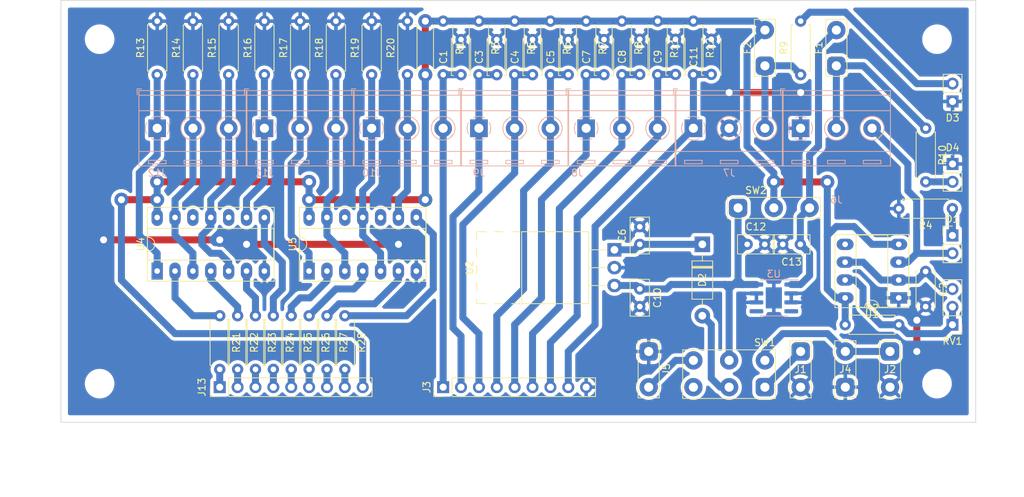
<source format=kicad_pcb>
(kicad_pcb (version 20211014) (generator pcbnew)
  (layers (0 "F.Cu" signal) (31 "B.Cu" signal) (34 "B.Paste" user) (35 "F.Paste" user) (36 "B.SilkS" user "B.Silkscreen") (37 "F.SilkS" user "F.Silkscreen") (38 "B.Mask" user) (39 "F.Mask" user) (44 "Edge.Cuts" user))
  (net 0 "")
  (net 1 "/OUT0")
  (net 2 "GND")
  (net 3 "Net-(C2-Pad1)")
  (net 4 "/OUT1")
  (net 5 "/OUT2")
  (net 6 "/OUT3")
  (net 7 "Net-(C6-Pad1)")
  (net 8 "/OUT4")
  (net 9 "/OUT5")
  (net 10 "/OUT6")
  (net 11 "+5V")
  (net 12 "/OUT7")
  (net 13 "+3V3")
  (net 14 "Net-(D1-Pad1)")
  (net 15 "/OSC")
  (net 16 "Net-(D2-Pad2)")
  (net 17 "VCC")
  (net 18 "Net-(J1-Pad1)")
  (net 19 "Net-(J2-Pad1)")
  (net 20 "/IN6")
  (net 21 "/IN7")
  (net 22 "/IN3")
  (net 23 "/IN4")
  (net 24 "/IN5")
  (net 25 "/IN0")
  (net 26 "/IN1")
  (net 27 "/IN2")
  (net 28 "Net-(J5-Pad2)")
  (net 29 "Net-(J13-Pad1)")
  (net 30 "Net-(J13-Pad2)")
  (net 31 "Net-(J13-Pad3)")
  (net 32 "Net-(J13-Pad4)")
  (net 33 "Net-(J13-Pad5)")
  (net 34 "Net-(J13-Pad6)")
  (net 35 "Net-(J13-Pad7)")
  (net 36 "Net-(R2-Pad2)")
  (net 39 "Net-(R21-Pad1)")
  (net 42 "Net-(J13-Pad8)")
  (net 43 "Net-(F1-Pad1)")
  (net 44 "Net-(F2-Pad1)")
  (net 45 "Net-(D3-Pad2)")
  (net 46 "Net-(D4-Pad2)")
  (net 51 "Net-(R22-Pad1)")
  (net 52 "Net-(R24-Pad1)")
  (net 53 "Net-(R23-Pad1)")
  (net 54 "Net-(R25-Pad1)")
  (net 55 "Net-(R26-Pad1)")
  (net 56 "Net-(R27-Pad1)")
  (net 57 "Net-(R28-Pad1)")
  (footprint "TestPoint:TestPoint_2Pads_Pitch5.08mm_Drill1.3mm" (layer "F.Cu") (at 198.12 121.92 -90)
    (fp_text reference "J1")
    (fp_text value "Screw_Terminal_01x02")
  )
  (footprint "Capacitor_THT:C_Disc_D5.0mm_W2.5mm_P2.50mm" (layer "F.Cu") (at 175.26 113.03 -90)
    (fp_text reference "C10")
    (fp_text value "100uF")
  )
  (footprint "Connector_PinHeader_2.54mm:PinHeader_1x02_P2.54mm_Vertical" (layer "F.Cu") (at 219.71 86.36 180)
    (fp_text reference "D3")
    (fp_text value "LED")
  )
  (footprint "Capacitor_THT:C_Disc_D5.0mm_W2.5mm_P5.00mm" (layer "F.Cu") (at 170.18 82.55 90)
    (fp_text reference "C7")
    (fp_text value "100nF")
  )
  (footprint "Resistor_THT:R_Axial_DIN0207_L6.3mm_D2.5mm_P7.62mm_Horizontal" (layer "F.Cu") (at 121.92 82.55 90)
    (fp_text reference "R16")
    (fp_text value "10k")
  )
  (footprint "MountingHole:MountingHole_3.2mm_M3" (layer "F.Cu") (at 217.5 77.5)
    (fp_text reference "H4" hide)
    (fp_text value "MountingHole")
  )
  (footprint "Capacitor_THT:C_Disc_D5.0mm_W2.5mm_P2.50mm" (layer "F.Cu") (at 190.52 106.68)
    (fp_text reference "C12")
    (fp_text value "10uF")
  )
  (footprint "Resistor_THT:R_Axial_DIN0207_L6.3mm_D2.5mm_P7.62mm_Horizontal" (layer "F.Cu") (at 182.88 74.93 -90)
    (fp_text reference "R12")
    (fp_text value "1k")
  )
  (footprint "Connector_PinHeader_2.54mm:PinHeader_1x02_P2.54mm_Vertical" (layer "F.Cu") (at 219.69 105.42)
    (fp_text reference "D1")
    (fp_text value "LED")
  )
  (footprint "Resistor_THT:R_Axial_DIN0207_L6.3mm_D2.5mm_P7.62mm_Horizontal" (layer "F.Cu") (at 198.12 82.55 90)
    (fp_text reference "R9")
    (fp_text value "470")
  )
  (footprint "Capacitor_THT:C_Disc_D5.0mm_W2.5mm_P5.00mm" (layer "F.Cu") (at 175.26 82.51 90)
    (fp_text reference "C8")
    (fp_text value "100nF")
  )
  (footprint "Package_DIP:DIP-14_W7.62mm_Socket_LongPads" (layer "F.Cu") (at 106.675 110.48 90)
    (fp_text reference "U4")
    (fp_text value "4069")
  )
  (footprint "Package_DIP:DIP-8_W7.62mm_Socket_LongPads" (layer "F.Cu") (at 212.06 114.3 180)
    (fp_text reference "U1")
    (fp_text value "NE555P")
  )
  (footprint "Resistor_THT:R_Axial_DIN0207_L6.3mm_D2.5mm_P7.62mm_Horizontal" (layer "F.Cu") (at 127 82.55 90)
    (fp_text reference "R17")
    (fp_text value "10k")
  )
  (footprint "Resistor_THT:R_Axial_DIN0207_L6.3mm_D2.5mm_P7.62mm_Horizontal" (layer "F.Cu") (at 125.73 116.84 -90)
    (fp_text reference "R25")
    (fp_text value "470")
  )
  (footprint "Capacitor_THT:C_Disc_D5.0mm_W2.5mm_P5.00mm" (layer "F.Cu") (at 149.86 82.55 90)
    (fp_text reference "C1")
    (fp_text value "100nF")
  )
  (footprint "Package_TO_SOT_THT:TO-220-3_Horizontal_TabUp" (layer "F.Cu") (at 171.66 107.46 -90)
    (fp_text reference "U2")
    (fp_text value "L7805")
  )
  (footprint "Resistor_THT:R_Axial_DIN0207_L6.3mm_D2.5mm_P7.62mm_Horizontal" (layer "F.Cu") (at 133.35 116.84 -90)
    (fp_text reference "R28")
    (fp_text value "470")
  )
  (footprint "Connector_PinHeader_2.54mm:PinHeader_1x09_P2.54mm_Vertical" (layer "F.Cu") (at 115.57 127 90)
    (fp_text reference "J13")
    (fp_text value "Conn_01x09_Male")
  )
  (footprint "TestPoint:TestPoint_2Pads_Pitch5.08mm_Drill1.3mm" (layer "F.Cu") (at 176.53 121.92 -90)
    (fp_text reference "J5")
    (fp_text value "Screw_Terminal_01x02")
  )
  (footprint "MountingHole:MountingHole_3.2mm_M3" (layer "F.Cu") (at 98.5 126.5)
    (fp_text reference "H2" hide)
    (fp_text value "MountingHole")
  )
  (footprint "Resistor_THT:R_Axial_DIN0207_L6.3mm_D2.5mm_P7.62mm_Horizontal" (layer "F.Cu") (at 120.65 116.84 -90)
    (fp_text reference "R23")
    (fp_text value "470")
  )
  (footprint "Capacitor_THT:C_Disc_D5.0mm_W2.5mm_P5.00mm" (layer "F.Cu") (at 180.34 82.51 90)
    (fp_text reference "C9")
    (fp_text value "100nF")
  )
  (footprint "Resistor_THT:R_Axial_DIN0207_L6.3mm_D2.5mm_P7.62mm_Horizontal" (layer "F.Cu") (at 115.57 116.84 -90)
    (fp_text reference "R21")
    (fp_text value "470")
  )
  (footprint "Resistor_THT:R_Axial_DIN0207_L6.3mm_D2.5mm_P7.62mm_Horizontal" (layer "F.Cu") (at 157.48 74.93 -90)
    (fp_text reference "R5")
    (fp_text value "1k")
  )
  (footprint "Connector_PinHeader_2.54mm:PinHeader_1x02_P2.54mm_Vertical" (layer "F.Cu") (at 219.71 95.25)
    (fp_text reference "D4")
    (fp_text value "LED")
  )
  (footprint "Resistor_THT:R_Axial_DIN0207_L6.3mm_D2.5mm_P7.62mm_Horizontal" (layer "F.Cu") (at 142.24 82.55 90)
    (fp_text reference "R20")
    (fp_text value "10k")
  )
  (footprint "Capacitor_THT:C_Disc_D5.0mm_W2.5mm_P5.00mm" (layer "F.Cu") (at 215.88 110.54 -90)
    (fp_text reference "C2")
    (fp_text value "470nF")
  )
  (footprint "Connector_PinHeader_2.54mm:PinHeader_1x09_P2.54mm_Vertical" (layer "F.Cu") (at 147.32 127 90)
    (fp_text reference "J3")
    (fp_text value "Conn_01x09_Male")
  )
  (footprint "Resistor_THT:R_Axial_DIN0207_L6.3mm_D2.5mm_P7.62mm_Horizontal" (layer "F.Cu") (at 123.19 116.84 -90)
    (fp_text reference "R24")
    (fp_text value "470")
  )
  (footprint "Diode_THT:D_DO-41_SOD81_P10.16mm_Horizontal" (layer "F.Cu") (at 184.15 106.68 -90)
    (fp_text reference "D2")
    (fp_text value "1N4007")
  )
  (footprint "Resistor_THT:R_Axial_DIN0207_L6.3mm_D2.5mm_P7.62mm_Horizontal" (layer "F.Cu") (at 116.84 82.55 90)
    (fp_text reference "R15")
    (fp_text value "10k")
  )
  (footprint "MountingHole:MountingHole_3.2mm_M3" (layer "F.Cu") (at 217.5 126.5)
    (fp_text reference "H1" hide)
    (fp_text value "MountingHole")
  )
  (footprint "Resistor_THT:R_Axial_DIN0207_L6.3mm_D2.5mm_P7.62mm_Horizontal" (layer "F.Cu") (at 132.08 82.55 90)
    (fp_text reference "R18")
    (fp_text value "10k")
  )
  (footprint "Resistor_THT:R_Axial_DIN0207_L6.3mm_D2.5mm_P7.62mm_Horizontal" (layer "F.Cu") (at 172.72 74.93 -90)
    (fp_text reference "R8")
    (fp_text value "1k")
  )
  (footprint "Resistor_THT:R_Axial_DIN0207_L6.3mm_D2.5mm_P7.62mm_Horizontal" (layer "F.Cu") (at 177.8 74.93 -90)
    (fp_text reference "R11")
    (fp_text value "1k")
  )
  (footprint "Resistor_THT:R_Axial_DIN0207_L6.3mm_D2.5mm_P7.62mm_Horizontal" (layer "F.Cu") (at 111.76 82.55 90)
    (fp_text reference "R14")
    (fp_text value "10k")
  )
  (footprint "Resistor_THT:R_Axial_DIN0207_L6.3mm_D2.5mm_P7.62mm_Horizontal" (layer "F.Cu") (at 128.27 116.84 -90)
    (fp_text reference "R26")
    (fp_text value "470")
  )
  (footprint "Capacitor_THT:C_Disc_D5.0mm_W2.5mm_P5.00mm" (layer "F.Cu") (at 185.42 82.51 90)
    (fp_text reference "C11")
    (fp_text value "100nF")
  )
  (footprint "TestPoint:TestPoint_2Pads_Pitch5.08mm_Drill1.3mm" (layer "F.Cu") (at 193.045 81.28 90)
    (fp_text reference "F2")
    (fp_text value "250mA")
  )
  (footprint "Connector_PinHeader_2.54mm:PinHeader_1x03_P2.54mm_Vertical" (layer "F.Cu") (at 219.69 118.12 180)
    (fp_text reference "RV1")
    (fp_text value "1M")
  )
  (footprint "Capacitor_THT:C_Disc_D5.0mm_W2.5mm_P2.50mm" (layer "F.Cu") (at 175.26 106.68 90)
    (fp_text reference "C6")
    (fp_text value "10uF")
  )
  (footprint "Capacitor_THT:C_Disc_D5.0mm_W2.5mm_P2.50mm" (layer "F.Cu") (at 198.08 106.68 180)
    (fp_text reference "C13")
    (fp_text value "100uF")
  )
  (footprint "Resistor_THT:R_Axial_DIN0207_L6.3mm_D2.5mm_P7.62mm_Horizontal" (layer "F.Cu") (at 215.9 90.17 -90)
    (fp_text reference "R10")
    (fp_text value "470")
  )
  (footprint "Resistor_THT:R_Axial_DIN0207_L6.3mm_D2.5mm_P7.62mm_Horizontal" (layer "F.Cu") (at 219.69 101.61 180)
    (fp_text reference "R4")
    (fp_text value "470")
  )
  (footprint "Capacitor_THT:C_Disc_D5.0mm_W2.5mm_P5.00mm" (layer "F.Cu") (at 160.02 82.55 90)
    (fp_text reference "C4")
    (fp_text value "100nF")
  )
  (footprint "TestPoint:TestPoint_2Pads_Pitch5.08mm_Drill1.3mm" (layer "F.Cu") (at 203.195 81.285 90)
    (fp_text reference "F1")
    (fp_text value "250mA")
  )
  (footprint "Capacitor_THT:C_Disc_D5.0mm_W2.5mm_P5.00mm" (layer "F.Cu") (at 165.1 82.55 90)
    (fp_text reference "C5")
    (fp_text value "100nF")
  )
  (footprint "MountingHole:MountingHole_3.2mm_M3" (layer "F.Cu") (at 98.5 77.5)
    (fp_text reference "H3" hide)
    (fp_text value "MountingHole")
  )
  (footprint "Resistor_THT:R_Axial_DIN0207_L6.3mm_D2.5mm_P7.62mm_Horizontal" (layer "F.Cu") (at 137.16 82.55 90)
    (fp_text reference "R19")
    (fp_text value "10k")
  )
  (footprint "Library:TestPoint_6Pads_Pitch5.08mm_Drill1.3mm" (layer "F.Cu") (at 193.04 123.19 180)
    (fp_text reference "SW1")
    (fp_text value "SW_DPDT_x2")
  )
  (footprint "TestPoint:TestPoint_2Pads_Pitch5.08mm_Drill1.3mm" (layer "F.Cu") (at 210.82 121.92 -90)
    (fp_text reference "J2")
    (fp_text value "Screw_Terminal_01x02")
  )
  (footprint "Resistor_THT:R_Axial_DIN0207_L6.3mm_D2.5mm_P7.62mm_Horizontal" (layer "F.Cu") (at 130.81 116.84 -90)
    (fp_text reference "R27")
    (fp_text value "470")
  )
  (footprint "Resistor_THT:R_Axial_DIN0207_L6.3mm_D2.5mm_P7.62mm_Horizontal" (layer "F.Cu") (at 204.45 118.12)
    (fp_text reference "R2")
    (fp_text value "2k7")
  )
  (footprint "Resistor_THT:R_Axial_DIN0207_L6.3mm_D2.5mm_P7.62mm_Horizontal" (layer "F.Cu") (at 118.11 116.84 -90)
    (fp_text reference "R22")
    (fp_text value "470")
  )
  (footprint "Resistor_THT:R_Axial_DIN0207_L6.3mm_D2.5mm_P7.62mm_Horizontal" (layer "F.Cu") (at 106.68 82.55 90)
    (fp_text reference "R13")
    (fp_text value "10k")
  )
  (footprint "Resistor_THT:R_Axial_DIN0207_L6.3mm_D2.5mm_P7.62mm_Horizontal" (layer "F.Cu") (at 167.64 74.93 -90)
    (fp_text reference "R7")
    (fp_text value "1k")
  )
  (footprint "Resistor_THT:R_Axial_DIN0207_L6.3mm_D2.5mm_P7.62mm_Horizontal" (layer "F.Cu") (at 162.56 74.93 -90)
    (fp_text reference "R6")
    (fp_text value "1k")
  )
  (footprint "Resistor_THT:R_Axial_DIN0207_L6.3mm_D2.5mm_P7.62mm_Horizontal" (layer "F.Cu") (at 147.32 74.93 -90)
    (fp_text reference "R1")
    (fp_text value "1k")
  )
  (footprint "Package_DIP:DIP-14_W7.62mm_Socket_LongPads" (layer "F.Cu") (at 128.265 110.48 90)
    (fp_text reference "U5")
    (fp_text value "4069")
  )
  (footprint "TestPoint:TestPoint_2Pads_Pitch5.08mm_Drill1.3mm" (layer "F.Cu") (at 204.47 127 90)
    (fp_text reference "J4")
    (fp_text value "Screw_Terminal_01x02")
  )
  (footprint "Resistor_THT:R_Axial_DIN0207_L6.3mm_D2.5mm_P7.62mm_Horizontal" (layer "F.Cu") (at 152.4 74.93 -90)
    (fp_text reference "R3")
    (fp_text value "1k")
  )
  (footprint "Library:TestPoint_3Pads_Pitch5.08mm_Drill1.3mm" (layer "F.Cu") (at 189.23 101.5)
    (fp_text reference "SW2")
    (fp_text value "SW_SPDT")
  )
  (footprint "Capacitor_THT:C_Disc_D5.0mm_W2.5mm_P5.00mm" (layer "F.Cu") (at 154.94 82.55 90)
    (fp_text reference "C3")
    (fp_text value "100nF")
  )
  (footprint "TerminalBlock_RND:TerminalBlock_RND_205-00288_1x03_P5.08mm_Horizontal" (layer "B.Cu") (at 106.68 90.17)
    (fp_text reference "J12")
    (fp_text value "Screw_Terminal_01x03")
  )
  (footprint "TerminalBlock_RND:TerminalBlock_RND_205-00288_1x03_P5.08mm_Horizontal" (layer "B.Cu") (at 137.16 90.17)
    (fp_text reference "J10")
    (fp_text value "Screw_Terminal_01x03")
  )
  (footprint "TerminalBlock_RND:TerminalBlock_RND_205-00288_1x03_P5.08mm_Horizontal" (layer "B.Cu") (at 152.4 90.17)
    (fp_text reference "J9")
    (fp_text value "Screw_Terminal_01x03")
  )
  (footprint "Package_SO:SOIC-8-1EP_3.9x4.9mm_P1.27mm_EP2.29x3mm" (layer "B.Cu") (at 194.31 114.3 180)
    (fp_text reference "U3")
    (fp_text value "KF33")
  )
  (footprint "TerminalBlock_RND:TerminalBlock_RND_205-00288_1x03_P5.08mm_Horizontal" (layer "B.Cu") (at 167.64 90.17)
    (fp_text reference "J8")
    (fp_text value "Screw_Terminal_01x03")
  )
  (footprint "TerminalBlock_RND:TerminalBlock_RND_205-00288_1x03_P5.08mm_Horizontal" (layer "B.Cu") (at 182.88 90.17)
    (fp_text reference "J7")
    (fp_text value "Screw_Terminal_01x03")
  )
  (footprint "TerminalBlock_RND:TerminalBlock_RND_205-00288_1x03_P5.08mm_Horizontal" (layer "B.Cu") (at 121.92 90.17)
    (fp_text reference "J11")
    (fp_text value "Screw_Terminal_01x03")
  )
  (footprint "TerminalBlock_RND:TerminalBlock_RND_205-00288_1x03_P5.08mm_Horizontal" (layer "B.Cu") (at 198.115 90.17)
    (fp_text reference "J6")
    (fp_text value "Screw_Terminal_01x03")
  )
  (gr_line (start 93 72) (end 223 72) (layer "Edge.Cuts") (width 0.1))
  (gr_line (start 223 132) (end 93 132) (layer "Edge.Cuts") (width 0.1))
  (gr_line (start 223 72) (end 223 132) (layer "Edge.Cuts") (width 0.1))
  (gr_line (start 93 132) (end 93 72) (layer "Edge.Cuts") (width 0.1))
  (segment (start 147.32 82.55) (end 149.86 82.55) (width 1) (layer "B.Cu") (net 1))
  (segment (start 147.32 90.17) (end 147.32 82.55) (width 1) (layer "B.Cu") (net 1))
  (segment (start 147.32 90.17) (end 147.32 127) (width 1) (layer "B.Cu") (net 1))
  (segment (start 187.96 85.09) (end 198.12 85.09) (width 1) (layer "F.Cu") (net 2))
  (segment (start 214.63 121.92) (end 214.63 117.475) (width 1) (layer "F.Cu") (net 2))
  (segment (start 99.06 106.045) (end 115.57 106.045) (width 1) (layer "F.Cu") (net 2))
  (segment (start 119.38 106.68) (end 140.97 106.68) (width 1) (layer "F.Cu") (net 2))
  (via (at 214.63 117.475) (size 2) (drill 1) (layers "F.Cu" "B.Cu") (net 2))
  (via (at 140.97 106.68) (size 2) (drill 1) (layers "F.Cu" "B.Cu") (net 2))
  (via (at 214.63 121.92) (size 2) (drill 1) (layers "F.Cu" "B.Cu") (net 2))
  (via (at 198.12 85.09) (size 2) (drill 1) (layers "F.Cu" "B.Cu") (net 2))
  (via (at 115.57 106.045) (size 2) (drill 1) (layers "F.Cu" "B.Cu") (net 2))
  (via (at 119.38 106.68) (size 2) (drill 1) (layers "F.Cu" "B.Cu") (net 2))
  (via (at 187.96 85.09) (size 2) (drill 1) (layers "F.Cu" "B.Cu") (net 2))
  (via (at 99.06 106.045) (size 2) (drill 1) (layers "F.Cu" "B.Cu") (net 2))
  (segment (start 149.9 77.51) (end 149.86 77.55) (width 1) (layer "B.Cu") (net 2))
  (segment (start 214.66 111.76) (end 215.88 110.54) (width 1) (layer "B.Cu") (net 3))
  (segment (start 218.38 113.04) (end 215.88 110.54) (width 1) (layer "B.Cu") (net 3))
  (segment (start 212.06 111.76) (end 209.55 111.76) (width 1) (layer "B.Cu") (net 3))
  (segment (start 212.06 111.76) (end 214.66 111.76) (width 1) (layer "B.Cu") (net 3))
  (segment (start 207.01 109.22) (end 204.44 109.22) (width 1) (layer "B.Cu") (net 3))
  (segment (start 209.55 111.76) (end 207.01 109.22) (width 1) (layer "B.Cu") (net 3))
  (segment (start 219.69 113.04) (end 218.38 113.04) (width 1) (layer "B.Cu") (net 3))
  (segment (start 148.71952 118.570005) (end 149.86 119.710485) (width 1) (layer "B.Cu") (net 4))
  (segment (start 148.71952 102.74048) (end 148.71952 118.570005) (width 1) (layer "B.Cu") (net 4))
  (segment (start 152.4 82.55) (end 154.94 82.55) (width 1) (layer "B.Cu") (net 4))
  (segment (start 152.4 99.06) (end 148.71952 102.74048) (width 1) (layer "B.Cu") (net 4))
  (segment (start 149.86 119.710485) (end 149.86 127) (width 1) (layer "B.Cu") (net 4))
  (segment (start 152.4 90.17) (end 152.4 82.55) (width 1) (layer "B.Cu") (net 4))
  (segment (start 152.4 90.17) (end 152.4 99.06) (width 1) (layer "B.Cu") (net 4))
  (segment (start 150.11904 117.09904) (end 150.11904 103.88096) (width 1) (layer "B.Cu") (net 5))
  (segment (start 152.4 119.38) (end 150.11904 117.09904) (width 1) (layer "B.Cu") (net 5))
  (segment (start 150.11904 103.88096) (end 157.48 96.52) (width 1) (layer "B.Cu") (net 5))
  (segment (start 152.4 127) (end 152.4 119.38) (width 1) (layer "B.Cu") (net 5))
  (segment (start 157.48 96.52) (end 157.48 90.17) (width 1) (layer "B.Cu") (net 5))
  (segment (start 157.48 82.55) (end 160.02 82.55) (width 1) (layer "B.Cu") (net 5))
  (segment (start 157.48 90.17) (end 157.48 82.55) (width 1) (layer "B.Cu") (net 5))
  (segment (start 154.94 127) (end 154.94 116.84) (width 1) (layer "B.Cu") (net 6))
  (segment (start 158.75 99.06) (end 162.56 95.25) (width 1) (layer "B.Cu") (net 6))
  (segment (start 162.56 82.55) (end 165.1 82.55) (width 1) (layer "B.Cu") (net 6))
  (segment (start 162.56 90.17) (end 162.56 82.55) (width 1) (layer "B.Cu") (net 6))
  (segment (start 154.94 116.84) (end 158.75 113.03) (width 1) (layer "B.Cu") (net 6))
  (segment (start 162.56 95.25) (end 162.56 90.17) (width 1) (layer "B.Cu") (net 6))
  (segment (start 158.75 113.03) (end 158.75 99.06) (width 1) (layer "B.Cu") (net 6))
  (segment (start 174.48 107.46) (end 175.26 106.68) (width 1) (layer "B.Cu") (net 7))
  (segment (start 184.15 106.68) (end 175.26 106.68) (width 1) (layer "B.Cu") (net 7))
  (segment (start 171.66 107.46) (end 174.48 107.46) (width 1) (layer "B.Cu") (net 7))
  (segment (start 157.48 127) (end 157.48 118.11) (width 1) (layer "B.Cu") (net 8))
  (segment (start 161.29 100.33) (end 167.64 93.98) (width 1) (layer "B.Cu") (net 8))
  (segment (start 157.48 118.11) (end 161.29 114.3) (width 1) (layer "B.Cu") (net 8))
  (segment (start 161.29 114.3) (end 161.29 100.33) (width 1) (layer "B.Cu") (net 8))
  (segment (start 167.64 82.55) (end 170.18 82.55) (width 1) (layer "B.Cu") (net 8))
  (segment (start 167.64 93.98) (end 167.64 90.17) (width 1) (layer "B.Cu") (net 8))
  (segment (start 167.64 90.17) (end 167.64 82.55) (width 1) (layer "B.Cu") (net 8))
  (segment (start 172.72 92.71) (end 172.72 90.17) (width 1) (layer "B.Cu") (net 9))
  (segment (start 163.83 115.57) (end 163.83 101.6) (width 1) (layer "B.Cu") (net 9))
  (segment (start 163.83 101.6) (end 172.72 92.71) (width 1) (layer "B.Cu") (net 9))
  (segment (start 160.02 127) (end 160.02 119.38) (width 1) (layer "B.Cu") (net 9))
  (segment (start 172.72 82.55) (end 175.22 82.55) (width 1) (layer "B.Cu") (net 9))
  (segment (start 175.22 82.55) (end 175.26 82.51) (width 1) (layer "B.Cu") (net 9))
  (segment (start 172.72 90.17) (end 172.72 82.55) (width 1) (layer "B.Cu") (net 9))
  (segment (start 160.02 119.38) (end 163.83 115.57) (width 1) (layer "B.Cu") (net 9))
  (segment (start 177.84 82.51) (end 177.8 82.55) (width 1) (layer "B.Cu") (net 10))
  (segment (start 166.37 116.84) (end 162.56 120.65) (width 1) (layer "B.Cu") (net 10))
  (segment (start 177.8 91.44) (end 166.37 102.87) (width 1) (layer "B.Cu") (net 10))
  (segment (start 180.34 82.51) (end 177.84 82.51) (width 1) (layer "B.Cu") (net 10))
  (segment (start 162.56 120.65) (end 162.56 127) (width 1) (layer "B.Cu") (net 10))
  (segment (start 177.8 90.17) (end 177.8 82.55) (width 1) (layer "B.Cu") (net 10))
  (segment (start 177.8 90.17) (end 177.8 91.44) (width 1) (layer "B.Cu") (net 10))
  (segment (start 166.37 102.87) (end 166.37 116.84) (width 1) (layer "B.Cu") (net 10))
  (segment (start 189.865 112.395) (end 188.595 112.395) (width 1) (layer "B.Cu") (net 11))
  (segment (start 171.66 112.54) (end 174.77 112.54) (width 1) (layer "B.Cu") (net 11))
  (segment (start 179.07 113.03) (end 175.26 113.03) (width 1) (layer "B.Cu") (net 11))
  (segment (start 188.595 112.395) (end 187.325 112.395) (width 1) (layer "B.Cu") (net 11))
  (segment (start 189.23 111.76) (end 188.595 112.395) (width 1) (layer "B.Cu") (net 11))
  (segment (start 190.5 106.68) (end 189.23 107.95) (width 1) (layer "B.Cu") (net 11))
  (segment (start 187.96 113.03) (end 188.595 112.395) (width 1) (layer "B.Cu") (net 11))
  (segment (start 190.52 106.68) (end 190.5 106.68) (width 1) (layer "B.Cu") (net 11))
  (segment (start 189.25 105.41) (end 189.23 105.41) (width 1) (layer "B.Cu") (net 11))
  (segment (start 174.77 112.54) (end 175.26 113.03) (width 1) (layer "B.Cu") (net 11))
  (segment (start 189.23 107.95) (end 189.23 105.41) (width 1) (layer "B.Cu") (net 11))
  (segment (start 190.52 106.68) (end 189.25 105.41) (width 1) (layer "B.Cu") (net 11))
  (segment (start 189.23 105.41) (end 189.23 101.5) (width 1) (layer "B.Cu") (net 11))
  (segment (start 187.96 123.19) (end 187.96 113.03) (width 1) (layer "B.Cu") (net 11))
  (segment (start 179.705 112.395) (end 179.07 113.03) (width 1) (layer "B.Cu") (net 11))
  (segment (start 187.96 113.03) (end 187.325 112.395) (width 1) (layer "B.Cu") (net 11))
  (segment (start 191.835 112.395) (end 189.865 112.395) (width 1) (layer "B.Cu") (net 11))
  (segment (start 189.23 107.95) (end 189.23 111.76) (width 1) (layer "B.Cu") (net 11))
  (segment (start 189.23 111.76) (end 189.865 112.395) (width 1) (layer "B.Cu") (net 11))
  (segment (start 187.325 112.395) (end 179.705 112.395) (width 1) (layer "B.Cu") (net 11))
  (segment (start 165.1 127) (end 165.1 121.92) (width 1) (layer "B.Cu") (net 12))
  (segment (start 182.88 90.17) (end 182.88 82.55) (width 1) (layer "B.Cu") (net 12))
  (segment (start 168.91 118.11) (end 168.91 104.14) (width 1) (layer "B.Cu") (net 12))
  (segment (start 168.91 104.14) (end 182.88 90.17) (width 1) (layer "B.Cu") (net 12))
  (segment (start 165.1 121.92) (end 168.91 118.11) (width 1) (layer "B.Cu") (net 12))
  (segment (start 182.92 82.51) (end 182.88 82.55) (width 1) (layer "B.Cu") (net 12))
  (segment (start 185.42 82.51) (end 182.92 82.51) (width 1) (layer "B.Cu") (net 12))
  (segment (start 198.08 106.68) (end 198.08 102.81) (width 1) (layer "B.Cu") (net 13))
  (segment (start 200.66 78.74) (end 203.195 76.205) (width 1) (layer "B.Cu") (net 13))
  (segment (start 199.39 107.99) (end 198.08 106.68) (width 1) (layer "B.Cu") (net 13))
  (segment (start 199.39 101.5) (end 199.39 93.98) (width 1) (layer "B.Cu") (net 13))
  (segment (start 198.08 102.81) (end 199.39 101.5) (width 1) (layer "B.Cu") (net 13))
  (segment (start 200.66 92.71) (end 200.66 78.74) (width 1) (layer "B.Cu") (net 13))
  (segment (start 198.12 112.395) (end 199.39 111.125) (width 1) (layer "B.Cu") (net 13))
  (segment (start 196.785 112.395) (end 198.12 112.395) (width 1) (layer "B.Cu") (net 13))
  (segment (start 199.39 93.98) (end 200.66 92.71) (width 1) (layer "B.Cu") (net 13))
  (segment (start 199.39 111.125) (end 199.39 107.99) (width 1) (layer "B.Cu") (net 13))
  (segment (start 219.69 101.61) (end 219.69 105.42) (width 1) (layer "B.Cu") (net 14))
  (segment (start 219.69 107.96) (end 214.61 107.96) (width 1) (layer "B.Cu") (net 15))
  (segment (start 213.36 99.06) (end 213.36 95.255) (width 1) (layer "B.Cu") (net 15))
  (segment (start 214.61 100.31) (end 213.36 99.06) (width 1) (layer "B.Cu") (net 15))
  (segment (start 213.36 95.255) (end 208.275 90.17) (width 1) (layer "B.Cu") (net 15))
  (segment (start 213.34 109.23) (end 212.07 109.23) (width 1) (layer "B.Cu") (net 15))
  (segment (start 214.61 107.96) (end 213.34 109.23) (width 1) (layer "B.Cu") (net 15))
  (segment (start 214.61 107.95) (end 214.61 100.31) (width 1) (layer "B.Cu") (net 15))
  (segment (start 212.07 109.23) (end 212.06 109.22) (width 1) (layer "B.Cu") (net 15))
  (segment (start 185.42 125.73) (end 185.42 118.11) (width 1) (layer "B.Cu") (net 16))
  (segment (start 187.96 127) (end 186.69 127) (width 1) (layer "B.Cu") (net 16))
  (segment (start 186.69 127) (end 185.42 125.73) (width 1) (layer "B.Cu") (net 16))
  (segment (start 185.42 118.11) (end 184.15 116.84) (width 1) (layer "B.Cu") (net 16))
  (segment (start 106.68 97.79) (end 128.27 97.79) (width 1) (layer "F.Cu") (net 17))
  (segment (start 201.91 97.81) (end 194.33 97.81) (width 1) (layer "F.Cu") (net 17))
  (segment (start 128.265 100.335) (end 128.27 100.33) (width 1) (layer "F.Cu") (net 17))
  (segment (start 128.27 100.33) (end 144.78 100.33) (width 1) (layer "F.Cu") (net 17))
  (segment (start 194.33 97.81) (end 194.31 97.79) (width 1) (layer "F.Cu") (net 17))
  (segment (start 106.675 97.795) (end 106.68 97.79) (width 1) (layer "F.Cu") (net 17))
  (segment (start 106.67 100.33) (end 106.675 100.335) (width 1) (layer "F.Cu") (net 17))
  (segment (start 144.78 74.93) (end 144.78 82.55) (width 1) (layer "F.Cu") (net 17))
  (segment (start 101.6 100.33) (end 106.67 100.33) (width 1) (layer "F.Cu") (net 17))
  (via (at 106.675 97.795) (size 2) (drill 1) (layers "F.Cu" "B.Cu") (net 17))
  (via (at 128.27 97.79) (size 2) (drill 1) (layers "F.Cu" "B.Cu") (net 17))
  (via (at 101.6 100.33) (size 2) (drill 1) (layers "F.Cu" "B.Cu") (net 17))
  (via (at 194.31 97.79) (size 2) (drill 1) (layers "F.Cu" "B.Cu") (net 17))
  (via (at 106.675 100.335) (size 2) (drill 1) (layers "F.Cu" "B.Cu") (net 17))
  (via (at 201.91 97.81) (size 2) (drill 1) (layers "F.Cu" "B.Cu") (net 17))
  (via (at 144.78 100.33) (size 2) (drill 1) (layers "F.Cu" "B.Cu") (net 17))
  (via (at 144.78 82.55) (size 2) (drill 1) (layers "F.Cu" "B.Cu") (net 17))
  (via (at 128.265 100.335) (size 2) (drill 1) (layers "F.Cu" "B.Cu") (net 17))
  (via (at 144.78 74.93) (size 2) (drill 1) (layers "F.Cu" "B.Cu") (net 17))
  (segment (start 193.045 76.2) (end 190.5 78.745) (width 1) (layer "B.Cu") (net 17))
  (segment (start 101.6 111.76) (end 101.6 100.33) (width 1) (layer "B.Cu") (net 17))
  (segment (start 212.06 106.68) (end 208.25 106.68) (width 1) (layer "B.Cu") (net 17))
  (segment (start 202.5575 104.7725) (end 201.91 105.42) (width 1) (layer "B.Cu") (net 17))
  (segment (start 106.675 100.335) (end 106.675 97.795) (width 1) (layer "B.Cu") (net 17))
  (segment (start 194.31 96.52) (end 194.31 97.79) (width 1) (layer "B.Cu") (net 17))
  (segment (start 106.675 102.86) (end 106.675 100.335) (width 1) (layer "B.Cu") (net 17))
  (segment (start 204.45 114.31) (end 204.44 114.3) (width 1) (layer "B.Cu") (net 17))
  (segment (start 135.89 120.65) (end 134.62 119.38) (width 1) (layer "B.Cu") (net 17))
  (segment (start 144.78 82.55) (end 144.78 100.33) (width 1) (layer "B.Cu") (net 17))
  (segment (start 194.31 97.79) (end 194.31 101.6) (width 1) (layer "B.Cu") (net 17))
  (segment (start 128.265 102.86) (end 128.265 100.335) (width 1) (layer "B.Cu") (net 17))
  (segment (start 201.91 105.42) (end 201.91 113.04) (width 1) (layer "B.Cu") (net 17))
  (segment (start 134.62 119.38) (end 109.22 119.38) (width 1) (layer "B.Cu") (net 17))
  (segment (start 147.32 74.93) (end 144.78 74.93) (width 1) (layer "B.Cu") (net 17))
  (segment (start 128.265 100.335) (end 128.265 97.795) (width 1) (layer "B.Cu") (net 17))
  (segment (start 190.5 78.745) (end 190.5 92.71) (width 1) (layer "B.Cu") (net 17))
  (segment (start 201.91 105.42) (end 201.91 97.81) (width 1) (layer "B.Cu") (net 17))
  (segment (start 128.265 97.795) (end 128.27 97.79) (width 1) (layer "B.Cu") (net 17))
  (segment (start 204.43 114.31) (end 204.44 114.3) (width 1) (layer "B.Cu") (net 17))
  (segment (start 203.18 104.15) (end 202.5575 104.7725) (width 1) (layer "B.Cu") (net 17))
  (segment (start 182.88 74.93) (end 191.775 74.93) (width 1) (layer "B.Cu") (net 17))
  (segment (start 201.91 113.04) (end 203.18 114.31) (width 1) (layer "B.Cu") (net 17))
  (segment (start 204.45 118.12) (end 204.45 114.31) (width 1) (layer "B.Cu") (net 17))
  (segment (start 203.18 114.31) (end 204.43 114.31) (width 1) (layer "B.Cu") (net 17))
  (segment (start 109.22 119.38) (end 101.6 111.76) (width 1) (layer "B.Cu") (net 17))
  (segment (start 135.89 127) (end 135.89 120.65) (width 1) (layer "B.Cu") (net 17))
  (segment (start 191.775 74.93) (end 193.045 76.2) (width 1) (layer "B.Cu") (net 17))
  (segment (start 205.72 104.15) (end 203.18 104.15) (width 1) (layer "B.Cu") (net 17))
  (segment (start 208.25 106.68) (end 205.72 104.15) (width 1) (layer "B.Cu") (net 17))
  (segment (start 147.32 74.93) (end 182.88 74.93) (width 1) (layer "B.Cu") (net 17))
  (segment (start 190.5 92.71) (end 194.31 96.52) (width 1) (layer "B.Cu") (net 17))
  (segment (start 198.12 121.92) (end 193.04 127) (width 1) (layer "B.Cu") (net 18))
  (segment (start 193.04 121.92) (end 193.04 123.19) (width 1) (layer "B.Cu") (net 19))
  (segment (start 195.58 119.38) (end 193.04 121.92) (width 1) (layer "B.Cu") (net 19))
  (segment (start 201.93 119.38) (end 195.58 119.38) (width 1) (layer "B.Cu") (net 19))
  (segment (start 210.82 121.92) (end 204.47 121.92) (width 1) (layer "B.Cu") (net 19))
  (segment (start 204.47 121.92) (end 201.93 119.38) (width 1) (layer "B.Cu") (net 19))
  (segment (start 135.885 102.86) (end 135.885 99.065) (width 1) (layer "B.Cu") (net 20))
  (segment (start 135.885 99.065) (end 137.16 97.79) (width 1) (layer "B.Cu") (net 20))
  (segment (start 137.16 82.55) (end 137.16 90.17) (width 1) (layer "B.Cu") (net 20))
  (segment (start 138.425 107.945) (end 135.885 105.405) (width 1) (layer "B.Cu") (net 20))
  (segment (start 138.425 110.48) (end 138.425 107.945) (width 1) (layer "B.Cu") (net 20))
  (segment (start 135.885 105.405) (end 135.885 102.86) (width 1) (layer "B.Cu") (net 20))
  (segment (start 137.16 97.79) (end 137.16 90.17) (width 1) (layer "B.Cu") (net 20))
  (segment (start 142.24 99.06) (end 142.24 90.17) (width 1) (layer "B.Cu") (net 21))
  (segment (start 140.965 100.335) (end 142.24 99.06) (width 1) (layer "B.Cu") (net 21))
  (segment (start 142.24 90.17) (end 142.24 82.55) (width 1) (layer "B.Cu") (net 21))
  (segment (start 140.965 102.86) (end 140.965 100.335) (width 1) (layer "B.Cu") (net 21))
  (segment (start 119.375 102.86) (end 119.375 100.335) (width 1) (layer "B.Cu") (net 22))
  (segment (start 121.92 97.79) (end 121.92 90.17) (width 1) (layer "B.Cu") (net 22))
  (segment (start 121.92 90.17) (end 121.92 82.55) (width 1) (layer "B.Cu") (net 22))
  (segment (start 119.375 100.335) (end 121.92 97.79) (width 1) (layer "B.Cu") (net 22))
  (segment (start 127 82.55) (end 127 90.17) (width 1) (layer "B.Cu") (net 23))
  (segment (start 128.265 110.48) (end 128.265 107.945) (width 1) (layer "B.Cu") (net 23))
  (segment (start 125.73 105.41) (end 125.73 95.25) (width 1) (layer "B.Cu") (net 23))
  (segment (start 125.73 95.25) (end 127 93.98) (width 1) (layer "B.Cu") (net 23))
  (segment (start 128.265 107.945) (end 125.73 105.41) (width 1) (layer "B.Cu") (net 23))
  (segment (start 127 93.98) (end 127 90.17) (width 1) (layer "B.Cu") (net 23))
  (segment (start 132.08 90.17) (end 132.08 82.55) (width 1) (layer "B.Cu") (net 24))
  (segment (start 130.805 100.335) (end 132.08 99.06) (width 1) (layer "B.Cu") (net 24))
  (segment (start 133.345 110.48) (end 133.345 107.945) (width 1) (layer "B.Cu") (net 24))
  (segment (start 130.805 105.405) (end 130.805 102.86) (width 1) (layer "B.Cu") (net 24))
  (segment (start 133.345 107.945) (end 130.805 105.405) (width 1) (layer "B.Cu") (net 24))
  (segment (start 132.08 99.06) (end 132.08 90.17) (width 1) (layer "B.Cu") (net 24))
  (segment (start 130.805 102.86) (end 130.805 100.335) (width 1) (layer "B.Cu") (net 24))
  (segment (start 104.14 96.52) (end 106.68 93.98) (width 1) (layer "B.Cu") (net 25))
  (segment (start 106.68 82.55) (end 106.68 90.17) (width 1) (layer "B.Cu") (net 25))
  (segment (start 106.675 107.945) (end 104.14 105.41) (width 1) (layer "B.Cu") (net 25))
  (segment (start 106.68 93.98) (end 106.68 90.17) (width 1) (layer "B.Cu") (net 25))
  (segment (start 106.675 110.48) (end 106.675 107.945) (width 1) (layer "B.Cu") (net 25))
  (segment (start 104.14 105.41) (end 104.14 96.52) (width 1) (layer "B.Cu") (net 25))
  (segment (start 111.76 97.79) (end 111.76 90.17) (width 1) (layer "B.Cu") (net 26))
  (segment (start 109.215 100.335) (end 111.76 97.79) (width 1) (layer "B.Cu") (net 26))
  (segment (start 111.76 90.17) (end 111.76 82.55) (width 1) (layer "B.Cu") (net 26))
  (segment (start 109.215 102.86) (end 109.215 100.335) (width 1) (layer "B.Cu") (net 26))
  (segment (start 111.755 110.48) (end 111.755 107.945) (width 1) (layer "B.Cu") (net 26))
  (segment (start 109.215 105.405) (end 109.215 102.86) (width 1) (layer "B.Cu") (net 26))
  (segment (start 111.755 107.945) (end 109.215 105.405) (width 1) (layer "B.Cu") (net 26))
  (segment (start 113.03 106.68) (end 113.03 105.41) (width 1) (layer "B.Cu") (net 27))
  (segment (start 116.835 109.215) (end 115.57 107.95) (width 1) (layer "B.Cu") (net 27))
  (segment (start 114.3 104.14) (end 114.3 102.865) (width 1) (layer "B.Cu") (net 27))
  (segment (start 116.835 110.48) (end 116.835 109.215) (width 1) (layer "B.Cu") (net 27))
  (segment (start 114.295 100.335) (end 116.84 97.79) (width 1) (layer "B.Cu") (net 27))
  (segment (start 116.84 82.55) (end 116.84 90.17) (width 1) (layer "B.Cu") (net 27))
  (segment (start 114.3 102.865) (end 114.295 102.86) (width 1) (layer "B.Cu") (net 27))
  (segment (start 114.3 107.95) (end 113.03 106.68) (width 1) (layer "B.Cu") (net 27))
  (segment (start 116.84 97.79) (end 116.84 90.17) (width 1) (layer "B.Cu") (net 27))
  (segment (start 113.03 105.41) (end 114.3 104.14) (width 1) (layer "B.Cu") (net 27))
  (segment (start 114.295 102.86) (end 114.295 100.335) (width 1) (layer "B.Cu") (net 27))
  (segment (start 115.57 107.95) (end 114.3 107.95) (width 1) (layer "B.Cu") (net 27))
  (segment (start 182.88 123.19) (end 180.34 123.19) (width 1) (layer "B.Cu") (net 28))
  (segment (start 180.34 123.19) (end 176.53 127) (width 1) (layer "B.Cu") (net 28))
  (segment (start 115.57 127) (end 115.57 124.46) (width 1) (layer "B.Cu") (net 29))
  (segment (start 118.11 127) (end 118.11 124.46) (width 1) (layer "B.Cu") (net 30))
  (segment (start 120.65 127) (end 120.65 124.46) (width 1) (layer "B.Cu") (net 31))
  (segment (start 123.19 127) (end 123.19 124.46) (width 1) (layer "B.Cu") (net 32))
  (segment (start 125.73 127) (end 125.73 124.46) (width 1) (layer "B.Cu") (net 33))
  (segment (start 128.27 127) (end 128.27 124.46) (width 1) (layer "B.Cu") (net 34))
  (segment (start 130.81 127) (end 130.81 124.46) (width 1) (layer "B.Cu") (net 35))
  (segment (start 206.99 115.58) (end 206.99 112.91) (width 1) (layer "B.Cu") (net 36))
  (segment (start 205.84 111.76) (end 204.44 111.76) (width 1) (layer "B.Cu") (net 36))
  (segment (start 219.69 118.12) (end 219.69 118.13) (width 1) (layer "B.Cu") (net 36))
  (segment (start 213.33 119.38) (end 212.07 118.12) (width 1) (layer "B.Cu") (net 36))
  (segment (start 212.07 118.12) (end 209.53 118.12) (width 1) (layer "B.Cu") (net 36))
  (segment (start 219.69 118.13) (end 218.44 119.38) (width 1) (layer "B.Cu") (net 36))
  (segment (start 219.69 115.58) (end 219.69 118.12) (width 1) (layer "B.Cu") (net 36))
  (segment (start 209.53 118.12) (end 206.99 115.58) (width 1) (layer "B.Cu") (net 36))
  (segment (start 218.44 119.38) (end 213.33 119.38) (width 1) (layer "B.Cu") (net 36))
  (segment (start 206.99 112.91) (end 205.84 111.76) (width 1) (layer "B.Cu") (net 36))
  (segment (start 111.76 116.84) (end 109.215 114.295) (width 1) (layer "B.Cu") (net 39))
  (segment (start 109.215 114.295) (end 109.215 110.48) (width 1) (layer "B.Cu") (net 39))
  (segment (start 115.57 116.84) (end 111.76 116.84) (width 1) (layer "B.Cu") (net 39))
  (segment (start 133.35 127) (end 133.35 124.46) (width 1) (layer "B.Cu") (net 42))
  (segment (start 203.195 90.17) (end 203.195 81.285) (width 1) (layer "B.Cu") (net 43))
  (segment (start 207.015 81.285) (end 203.195 81.285) (width 1) (layer "B.Cu") (net 43))
  (segment (start 215.9 90.17) (end 207.015 81.285) (width 1) (layer "B.Cu") (net 43))
  (segment (start 193.045 81.28) (end 193.045 90.165) (width 1) (layer "B.Cu") (net 44))
  (segment (start 196.85 81.28) (end 198.12 82.55) (width 1) (layer "B.Cu") (net 44))
  (segment (start 193.045 90.165) (end 193.04 90.17) (width 1) (layer "B.Cu") (net 44))
  (segment (start 193.045 81.28) (end 196.85 81.28) (width 1) (layer "B.Cu") (net 44))
  (segment (start 204.47 73.66) (end 214.63 83.82) (width 1) (layer "B.Cu") (net 45))
  (segment (start 214.63 83.82) (end 219.71 83.82) (width 1) (layer "B.Cu") (net 45))
  (segment (start 199.39 73.66) (end 204.47 73.66) (width 1) (layer "B.Cu") (net 45))
  (segment (start 198.12 74.93) (end 199.39 73.66) (width 1) (layer "B.Cu") (net 45))
  (segment (start 215.9 97.79) (end 219.71 97.79) (width 1) (layer "B.Cu") (net 46))
  (segment (start 118.11 116.84) (end 118.11 115.57) (width 1) (layer "B.Cu") (net 51))
  (segment (start 114.295 111.755) (end 114.295 110.48) (width 1) (layer "B.Cu") (net 51))
  (segment (start 118.11 115.57) (end 114.295 111.755) (width 1) (layer "B.Cu") (net 51))
  (segment (start 123.19 116.84) (end 123.19 114.3) (width 1) (layer "B.Cu") (net 52))
  (segment (start 124.46 113.03) (end 124.46 109.22) (width 1) (layer "B.Cu") (net 52))
  (segment (start 121.915 106.675) (end 121.915 102.86) (width 1) (layer "B.Cu") (net 52))
  (segment (start 124.46 109.22) (end 121.915 106.675) (width 1) (layer "B.Cu") (net 52))
  (segment (start 123.19 114.3) (end 124.46 113.03) (width 1) (layer "B.Cu") (net 52))
  (segment (start 120.65 114.3) (end 119.375 113.025) (width 1) (layer "B.Cu") (net 53))
  (segment (start 120.65 116.84) (end 120.65 114.3) (width 1) (layer "B.Cu") (net 53))
  (segment (start 119.375 113.025) (end 119.375 110.48) (width 1) (layer "B.Cu") (net 53))
  (segment (start 125.73 116.84) (end 125.73 115.57) (width 1) (layer "B.Cu") (net 54))
  (segment (start 125.73 115.57) (end 127 114.3) (width 1) (layer "B.Cu") (net 54))
  (segment (start 128.385 114.3) (end 130.805 111.88) (width 1) (layer "B.Cu") (net 54))
  (segment (start 127 114.3) (end 128.385 114.3) (width 1) (layer "B.Cu") (net 54))
  (segment (start 130.805 111.88) (end 130.805 110.48) (width 1) (layer "B.Cu") (net 54))
  (segment (start 128.27 116.84) (end 132.08 113.03) (width 1) (layer "B.Cu") (net 55))
  (segment (start 134.62 113.03) (end 135.885 111.765) (width 1) (layer "B.Cu") (net 55))
  (segment (start 135.885 111.765) (end 135.885 110.48) (width 1) (layer "B.Cu") (net 55))
  (segment (start 132.08 113.03) (end 134.62 113.03) (width 1) (layer "B.Cu") (net 55))
  (segment (start 137.589511 115.140489) (end 140.97 111.76) (width 1) (layer "B.Cu") (net 56))
  (segment (start 132.509511 115.140489) (end 137.589511 115.140489) (width 1) (layer "B.Cu") (net 56))
  (segment (start 130.81 116.84) (end 132.509511 115.140489) (width 1) (layer "B.Cu") (net 56))
  (segment (start 140.97 111.76) (end 140.97 110.485) (width 1) (layer "B.Cu") (net 56))
  (segment (start 140.97 110.485) (end 140.965 110.48) (width 1) (layer "B.Cu") (net 56))
  (segment (start 133.35 116.84) (end 142.11048 116.84) (width 1) (layer "B.Cu") (net 57))
  (segment (start 142.11048 116.84) (end 145.92048 113.03) (width 1) (layer "B.Cu") (net 57))
  (segment (start 145.92048 105.27548) (end 143.505 102.86) (width 1) (layer "B.Cu") (net 57))
  (segment (start 145.92048 113.03) (end 145.92048 105.27548) (width 1) (layer "B.Cu") (net 57))
  (zone (net 2) (net_name "GND") (layer "B.Cu") (name "GND") (connect_pads (clearance 0.5)) (min_thickness 0.5) (fill yes (thermal_gap 0.508) (thermal_bridge_width 0.508))
    (polygon (pts (xy 223 132) (xy 93 132) (xy 93 72) (xy 223 72)))
  )
)
</source>
